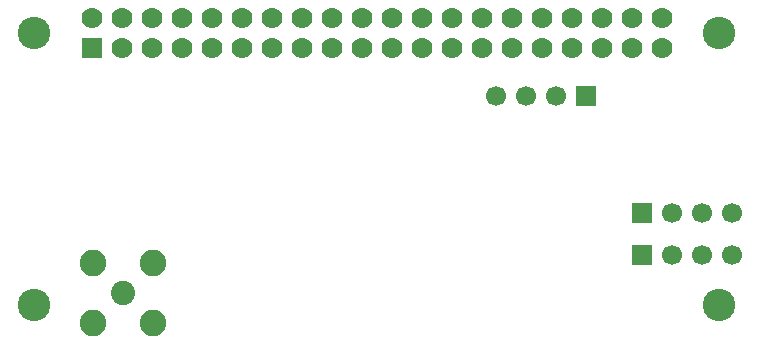
<source format=gbs>
%TF.GenerationSoftware,KiCad,Pcbnew,9.0.7*%
%TF.CreationDate,2026-02-16T10:45:38-05:00*%
%TF.ProjectId,mmdvm_hs-hat,6d6d6476-6d5f-4687-932d-6861742e6b69,1.6*%
%TF.SameCoordinates,Original*%
%TF.FileFunction,Soldermask,Bot*%
%TF.FilePolarity,Negative*%
%FSLAX46Y46*%
G04 Gerber Fmt 4.6, Leading zero omitted, Abs format (unit mm)*
G04 Created by KiCad (PCBNEW 9.0.7) date 2026-02-16 10:45:38*
%MOMM*%
%LPD*%
G01*
G04 APERTURE LIST*
%ADD10C,2.050000*%
%ADD11C,2.250000*%
%ADD12C,2.748280*%
%ADD13R,1.778000X1.778000*%
%ADD14C,1.778000*%
%ADD15R,1.700000X1.700000*%
%ADD16C,1.700000*%
G04 APERTURE END LIST*
D10*
%TO.C,P3*%
X166500000Y-131250000D03*
D11*
X163960000Y-128710000D03*
X163960000Y-133790000D03*
X169040000Y-128710000D03*
X169040000Y-133790000D03*
%TD*%
D12*
%TO.C,PI1*%
X158958280Y-109237121D03*
X158958280Y-132239361D03*
X216959180Y-109237121D03*
X216959180Y-132239361D03*
D13*
X163830000Y-110507121D03*
D14*
X163830000Y-107967121D03*
X166370000Y-110507121D03*
X166370000Y-107967121D03*
X168910000Y-110507121D03*
X168910000Y-107967121D03*
X171450000Y-110507121D03*
X171450000Y-107967121D03*
X173990000Y-110507121D03*
X173990000Y-107967121D03*
X176530000Y-110507121D03*
X176530000Y-107967121D03*
X179070000Y-110507121D03*
X179070000Y-107967121D03*
X181610000Y-110507121D03*
X181610000Y-107967121D03*
X184150000Y-110507121D03*
X184150000Y-107967121D03*
X186690000Y-110507121D03*
X186690000Y-107967121D03*
X189230000Y-110507121D03*
X189230000Y-107967121D03*
X191770000Y-110507121D03*
X191770000Y-107967121D03*
X194310000Y-110507121D03*
X194310000Y-107967121D03*
X196850000Y-110507121D03*
X196850000Y-107967121D03*
X199390000Y-110507121D03*
X199390000Y-107967121D03*
X201930000Y-110507121D03*
X201930000Y-107967121D03*
X204470000Y-110507121D03*
X204470000Y-107967121D03*
X207010000Y-110507121D03*
X207010000Y-107967121D03*
X209550000Y-110507121D03*
X209550000Y-107967121D03*
X212090000Y-110507121D03*
X212090000Y-107967121D03*
%TD*%
D15*
%TO.C,P1*%
X210420000Y-124418600D03*
D16*
X212960000Y-124418600D03*
X215500000Y-124418600D03*
X218040000Y-124418600D03*
%TD*%
D15*
%TO.C,P2*%
X210420000Y-128000000D03*
D16*
X212960000Y-128000000D03*
X215500000Y-128000000D03*
X218040000Y-128000000D03*
%TD*%
D15*
%TO.C,P4*%
X205638400Y-114503200D03*
D16*
X203098400Y-114503200D03*
X200558400Y-114503200D03*
X198018400Y-114503200D03*
%TD*%
M02*

</source>
